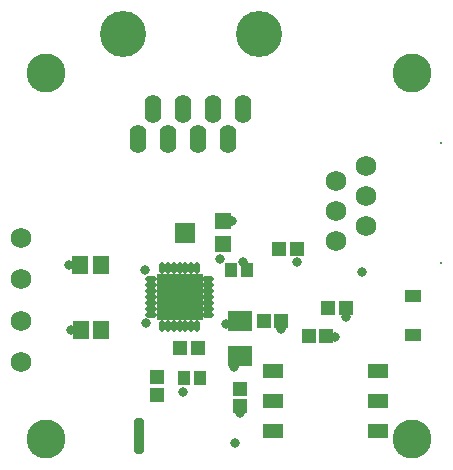
<source format=gts>
G04 Layer_Color=20142*
%FSLAX24Y24*%
%MOIN*%
G70*
G01*
G75*
%ADD51R,0.0533X0.0612*%
%ADD52R,0.0552X0.0552*%
%ADD53R,0.0671X0.0710*%
%ADD54R,0.0415X0.0454*%
%ADD55R,0.0493X0.0474*%
%ADD56R,0.0671X0.0513*%
%ADD57R,0.0671X0.0513*%
%ADD58R,0.0671X0.0513*%
%ADD59R,0.0474X0.0493*%
%ADD60R,0.0560X0.0438*%
%ADD61O,0.0178X0.0395*%
%ADD62O,0.0395X0.0178*%
%ADD63R,0.1537X0.1537*%
%ADD64R,0.0828X0.0690*%
G04:AMPARAMS|DCode=65|XSize=31.5mil|YSize=118.1mil|CornerRadius=8.9mil|HoleSize=0mil|Usage=FLASHONLY|Rotation=0.000|XOffset=0mil|YOffset=0mil|HoleType=Round|Shape=RoundedRectangle|*
%AMROUNDEDRECTD65*
21,1,0.0315,0.1004,0,0,0.0*
21,1,0.0138,0.1181,0,0,0.0*
1,1,0.0177,0.0069,-0.0502*
1,1,0.0177,-0.0069,-0.0502*
1,1,0.0177,-0.0069,0.0502*
1,1,0.0177,0.0069,0.0502*
%
%ADD65ROUNDEDRECTD65*%
%ADD66C,0.1537*%
%ADD67O,0.0552X0.0946*%
%ADD68C,0.0080*%
%ADD69C,0.0680*%
%ADD70C,0.0320*%
%ADD71C,0.1300*%
%ADD72C,0.0316*%
%ADD73C,0.0277*%
D51*
X13218Y17884D02*
D03*
X13907D02*
D03*
X13228Y15718D02*
D03*
X13917D02*
D03*
D52*
X17982Y19350D02*
D03*
Y18563D02*
D03*
D53*
X16703Y18957D02*
D03*
D54*
X18248Y17726D02*
D03*
X18780D02*
D03*
X17215Y14094D02*
D03*
X16683D02*
D03*
D55*
X21486Y16437D02*
D03*
X22077D02*
D03*
X19331Y16024D02*
D03*
X19921D02*
D03*
X20827Y15502D02*
D03*
X21417D02*
D03*
X19843Y18396D02*
D03*
X20433D02*
D03*
X17146Y15098D02*
D03*
X16555D02*
D03*
D56*
X23140Y13341D02*
D03*
Y12341D02*
D03*
Y14341D02*
D03*
D57*
X19636D02*
D03*
D58*
Y13341D02*
D03*
Y12341D02*
D03*
D59*
X15768Y13553D02*
D03*
Y14144D02*
D03*
X18553Y13169D02*
D03*
Y13760D02*
D03*
D60*
X24321Y15535D02*
D03*
Y16827D02*
D03*
D61*
X15935Y15856D02*
D03*
X16132D02*
D03*
X16329D02*
D03*
X16526D02*
D03*
X16722D02*
D03*
X16919D02*
D03*
X17116D02*
D03*
Y17766D02*
D03*
X16919D02*
D03*
X16722D02*
D03*
X16526D02*
D03*
X16329D02*
D03*
X16132D02*
D03*
X15935D02*
D03*
D62*
X17480Y16220D02*
D03*
Y16417D02*
D03*
Y16614D02*
D03*
Y16811D02*
D03*
Y17008D02*
D03*
Y17205D02*
D03*
Y17402D02*
D03*
X15571D02*
D03*
Y17205D02*
D03*
Y17008D02*
D03*
Y16811D02*
D03*
Y16614D02*
D03*
Y16417D02*
D03*
Y16220D02*
D03*
D63*
X16526Y16811D02*
D03*
D64*
X18543Y16004D02*
D03*
Y14843D02*
D03*
D65*
X15167Y12165D02*
D03*
D66*
X19163Y25573D02*
D03*
X14636D02*
D03*
D67*
X17650Y23073D02*
D03*
X18650D02*
D03*
X16650D02*
D03*
X15650D02*
D03*
X16150Y22073D02*
D03*
X15150D02*
D03*
X17150D02*
D03*
X18150D02*
D03*
D68*
X25246Y21941D02*
D03*
Y17941D02*
D03*
D69*
X21746Y20693D02*
D03*
X22746Y21189D02*
D03*
X21746Y19693D02*
D03*
X22746Y20189D02*
D03*
X21746Y18693D02*
D03*
X22746Y19189D02*
D03*
X11240Y18780D02*
D03*
Y17402D02*
D03*
Y16024D02*
D03*
Y14646D02*
D03*
D70*
X15394Y15935D02*
D03*
X15374Y17726D02*
D03*
X18543Y12943D02*
D03*
X16634Y13652D02*
D03*
X18386Y11959D02*
D03*
X12835Y17874D02*
D03*
X12894Y15718D02*
D03*
X18642Y17992D02*
D03*
X18268Y19331D02*
D03*
X22077Y16142D02*
D03*
X21713Y15492D02*
D03*
X19902Y15728D02*
D03*
X18346Y14488D02*
D03*
X22598Y17648D02*
D03*
X20443Y17972D02*
D03*
X18061Y15915D02*
D03*
X17864Y18081D02*
D03*
D71*
X24272Y24272D02*
D03*
X12067D02*
D03*
X24272Y12067D02*
D03*
X12067D02*
D03*
D72*
X15167Y11762D02*
D03*
Y12569D02*
D03*
D73*
X16093Y16378D02*
D03*
Y16811D02*
D03*
Y17244D02*
D03*
X16526Y16378D02*
D03*
Y16811D02*
D03*
Y17244D02*
D03*
X16959Y16378D02*
D03*
Y16811D02*
D03*
Y17244D02*
D03*
M02*

</source>
